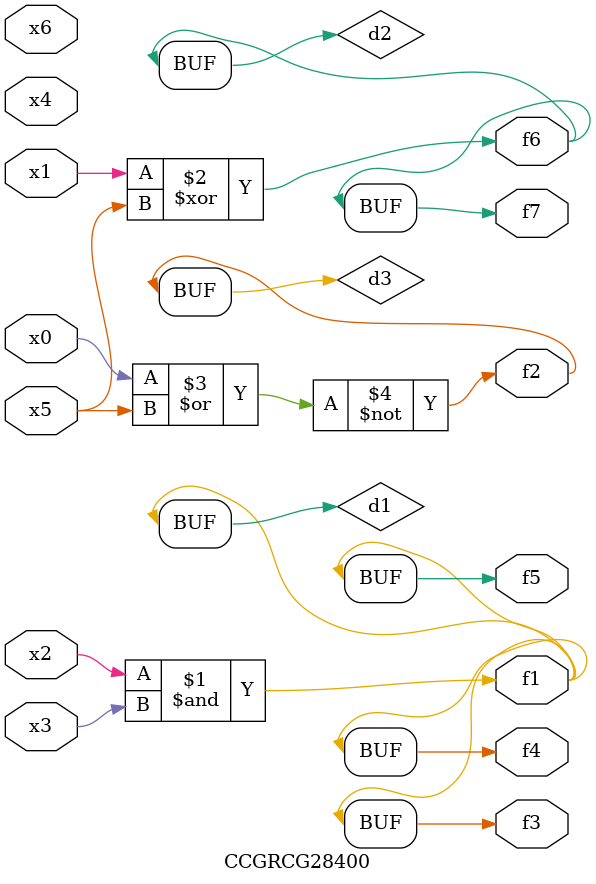
<source format=v>
module CCGRCG28400(
	input x0, x1, x2, x3, x4, x5, x6,
	output f1, f2, f3, f4, f5, f6, f7
);

	wire d1, d2, d3;

	and (d1, x2, x3);
	xor (d2, x1, x5);
	nor (d3, x0, x5);
	assign f1 = d1;
	assign f2 = d3;
	assign f3 = d1;
	assign f4 = d1;
	assign f5 = d1;
	assign f6 = d2;
	assign f7 = d2;
endmodule

</source>
